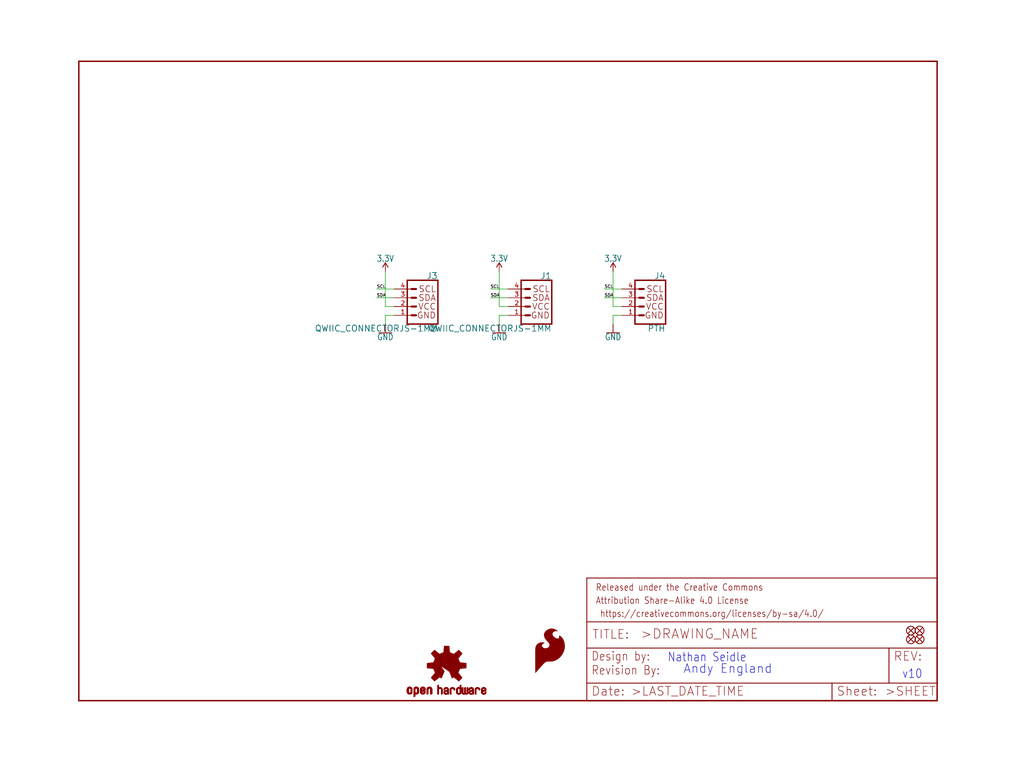
<source format=kicad_sch>
(kicad_sch (version 20211123) (generator eeschema)
  (paper "User" 297.002 223.926)
  (lib_symbols
    (symbol "eagleSchem-eagle-import:3.3V" (power)
      (property "Value" "3.3V" (at 0 2.794 0))
      (symbol "3.3V_1_0"
        (pin power_in line (at 0 0 90) (length 2.54) (name "3.3V") (number "1"))
      )
    )
    (symbol "eagleSchem-eagle-import:FIDUCIALUFIDUCIAL")
    (symbol "eagleSchem-eagle-import:FRAME-LETTER"
      (symbol "FRAME-LETTER_2_0"
        (text " https://creativecommons.org/licenses/by-sa/4.0/" (at 2.54 24.13 0) (effects (font (size 1.9304 1.6408)) (justify left bottom)))
        (text ">DRAWING_NAME" (at 15.494 17.78 0) (effects (font (size 2.7432 2.7432)) (justify left bottom)))
        (text ">LAST_DATE_TIME" (at 12.7 1.27 0) (effects (font (size 2.54 2.54)) (justify left bottom)))
        (text ">SHEET" (at 86.36 1.27 0) (effects (font (size 2.54 2.54)) (justify left bottom)))
        (text "Attribution Share-Alike 4.0 License" (at 2.54 27.94 0) (effects (font (size 1.9304 1.6408)) (justify left bottom)))
        (text "Date:" (at 1.27 1.27 0) (effects (font (size 2.54 2.54)) (justify left bottom)))
        (text "Design by:" (at 1.27 11.43 0) (effects (font (size 2.54 2.159)) (justify left bottom)))
        (text "Released under the Creative Commons" (at 2.54 31.75 0) (effects (font (size 1.9304 1.6408)) (justify left bottom)))
        (text "REV:" (at 88.9 11.43 0) (effects (font (size 2.54 2.54)) (justify left bottom)))
        (text "Sheet:" (at 72.39 1.27 0) (effects (font (size 2.54 2.54)) (justify left bottom)))
        (text "TITLE:" (at 1.524 17.78 0) (effects (font (size 2.54 2.54)) (justify left bottom)))
      )
    )
    (symbol "eagleSchem-eagle-import:GND" (power)
      (property "Value" "GND" (at 0 -0.254 0))
      (symbol "GND_1_0"
        (pin power_in line (at 0 2.54 270) (length 2.54) (name "GND") (number "1"))
      )
    )
    (symbol "eagleSchem-eagle-import:I2C_STANDARD"
      (property "Reference" "J" (at -5.08 7.874 0))
      (property "Value" "I2C_STANDARD" (at -5.08 -5.334 0))
      (symbol "I2C_STANDARD_1_0"
        (text "GND" (at -4.572 -2.54 0) (effects (font (size 1.778 1.778)) (justify left)))
        (text "SCL" (at -4.572 5.08 0) (effects (font (size 1.778 1.778)) (justify left)))
        (text "SDA" (at -4.572 2.54 0) (effects (font (size 1.778 1.778)) (justify left)))
        (text "VCC" (at -4.572 0 0) (effects (font (size 1.778 1.778)) (justify left)))
        (pin power_in line (at 7.62 -2.54 180) (length 5.08) (name "1") (number "1"))
        (pin power_in line (at 7.62 0 180) (length 5.08) (name "2") (number "2"))
        (pin passive line (at 7.62 2.54 180) (length 5.08) (name "3") (number "3"))
        (pin passive line (at 7.62 5.08 180) (length 5.08) (name "4") (number "4"))
      )
    )
    (symbol "eagleSchem-eagle-import:OSHW-LOGOS")
    (symbol "eagleSchem-eagle-import:QWIIC_CONNECTORJS-1MM"
      (property "Reference" "J" (at -5.08 7.874 0))
      (property "Value" "QWIIC_CONNECTORJS-1MM" (at -5.08 -5.334 0))
      (symbol "QWIIC_CONNECTORJS-1MM_1_0"
        (text "GND" (at -4.572 -2.54 0) (effects (font (size 1.778 1.778)) (justify left)))
        (text "SCL" (at -4.572 5.08 0) (effects (font (size 1.778 1.778)) (justify left)))
        (text "SDA" (at -4.572 2.54 0) (effects (font (size 1.778 1.778)) (justify left)))
        (text "VCC" (at -4.572 0 0) (effects (font (size 1.778 1.778)) (justify left)))
        (pin power_in line (at 7.62 -2.54 180) (length 5.08) (name "1") (number "1"))
        (pin power_in line (at 7.62 0 180) (length 5.08) (name "2") (number "2"))
        (pin passive line (at 7.62 2.54 180) (length 5.08) (name "3") (number "3"))
        (pin passive line (at 7.62 5.08 180) (length 5.08) (name "4") (number "4"))
      )
    )
    (symbol "eagleSchem-eagle-import:REVISION"
      (symbol "REVISION_1_0"
        (text "Revision By: " (at 0 0 0) (effects (font (size 2.54 2.159)) (justify left bottom)))
      )
    )
    (symbol "eagleSchem-eagle-import:SFE_LOGO_FLAME.1_INCH")
  )
  (wire (pts (xy 114.3 86.36) (xy 109.22 86.36)))
  (wire (pts (xy 147.32 86.36) (xy 142.24 86.36)))
  (wire (pts (xy 144.78 88.9) (xy 144.78 78.74)))
  (wire (pts (xy 114.3 91.44) (xy 111.76 91.44)))
  (wire (pts (xy 180.34 86.36) (xy 175.26 86.36)))
  (wire (pts (xy 111.76 88.9) (xy 111.76 78.74)))
  (wire (pts (xy 114.3 88.9) (xy 111.76 88.9)))
  (wire (pts (xy 177.8 91.44) (xy 177.8 93.98)))
  (wire (pts (xy 144.78 91.44) (xy 144.78 93.98)))
  (wire (pts (xy 147.32 83.82) (xy 142.24 83.82)))
  (wire (pts (xy 114.3 83.82) (xy 109.22 83.82)))
  (wire (pts (xy 111.76 91.44) (xy 111.76 93.98)))
  (wire (pts (xy 180.34 83.82) (xy 175.26 83.82)))
  (wire (pts (xy 180.34 88.9) (xy 177.8 88.9)))
  (wire (pts (xy 180.34 91.44) (xy 177.8 91.44)))
  (wire (pts (xy 147.32 91.44) (xy 144.78 91.44)))
  (wire (pts (xy 147.32 88.9) (xy 144.78 88.9)))
  (wire (pts (xy 177.8 88.9) (xy 177.8 78.74)))
  (text "v10" (at 261.62 195.58 180) (effects (font (size 2.54 2.159)) (justify left)))
  (text "Nathan Seidle" (at 193.548 190.754 180) (effects (font (size 2.54 2.159)) (justify left)))
  (text "Andy England" (at 198.12 195.58 180) (effects (font (size 2.54 2.54)) (justify left bottom)))
  (label "SCL" (at 142.24 83.82 0) (effects (font (size 0.889 0.889))))
  (label "SCL" (at 175.26 83.82 0) (effects (font (size 0.889 0.889))))
  (label "SDA" (at 175.26 86.36 0) (effects (font (size 0.889 0.889))))
  (label "SCL" (at 109.22 83.82 0) (effects (font (size 0.889 0.889))))
  (label "SDA" (at 109.22 86.36 0) (effects (font (size 0.889 0.889))))
  (label "SDA" (at 142.24 86.36 0) (effects (font (size 0.889 0.889))))
  (symbol (lib_id "eagleSchem-eagle-import:REVISION") (at 171.45 195.834 0) (unit 1)
    (property "Reference" "LOGO1" (effects hide))
    (property "Value" "REVISION" (effects hide))
    (property "Footprint" "eagleSchem:REVISION" (effects hide))
  )
  (symbol (lib_id "eagleSchem-eagle-import:GND") (at 111.76 96.52 0) (mirror y) (unit 1)
    (property "Reference" "#GND18" (effects hide))
    (property "Value" "GND" (at 111.76 96.774 0) (effects (font (size 1.778 1.5113)) (justify top)))
    (property "Footprint" "eagleSchem:" (effects hide))
  )
  (symbol (lib_id "eagleSchem-eagle-import:GND") (at 144.78 96.52 0) (mirror y) (unit 1)
    (property "Reference" "#GND1" (effects hide))
    (property "Value" "GND" (at 144.78 96.774 0) (effects (font (size 1.778 1.5113)) (justify top)))
    (property "Footprint" "eagleSchem:" (effects hide))
  )
  (symbol (lib_id "eagleSchem-eagle-import:I2C_STANDARD") (at 187.96 88.9 0) (mirror y) (unit 1)
    (property "Reference" "J4" (at 193.04 81.026 0) (effects (font (size 1.778 1.778)) (justify left bottom)))
    (property "Value" "PTH" (at 193.04 94.234 0) (effects (font (size 1.778 1.778)) (justify left top)))
    (property "Footprint" "eagleSchem:1X04" (effects hide))
  )
  (symbol (lib_id "eagleSchem-eagle-import:3.3V") (at 144.78 78.74 0) (mirror y) (unit 1)
    (property "Reference" "#SUPPLY4" (effects hide))
    (property "Value" "3.3V" (at 144.78 75.946 0) (effects (font (size 1.778 1.5113)) (justify bottom)))
    (property "Footprint" "eagleSchem:" (effects hide))
  )
  (symbol (lib_id "eagleSchem-eagle-import:QWIIC_CONNECTORJS-1MM") (at 121.92 88.9 0) (mirror y) (unit 1)
    (property "Reference" "J3" (at 127 81.026 0) (effects (font (size 1.778 1.778)) (justify left bottom)))
    (property "Value" "QWIIC_CONNECTORJS-1MM" (at 127 94.234 0) (effects (font (size 1.778 1.778)) (justify left top)))
    (property "Footprint" "eagleSchem:1X04_1MM_RA" (effects hide))
  )
  (symbol (lib_id "eagleSchem-eagle-import:QWIIC_CONNECTORJS-1MM") (at 154.94 88.9 0) (mirror y) (unit 1)
    (property "Reference" "J1" (at 160.02 81.026 0) (effects (font (size 1.778 1.778)) (justify left bottom)))
    (property "Value" "QWIIC_CONNECTORJS-1MM" (at 160.02 94.234 0) (effects (font (size 1.778 1.778)) (justify left top)))
    (property "Footprint" "eagleSchem:1X04_1MM_RA" (effects hide))
  )
  (symbol (lib_id "eagleSchem-eagle-import:FIDUCIALUFIDUCIAL") (at 264.16 182.88 0) (unit 1)
    (property "Reference" "FD1" (effects hide))
    (property "Value" "FIDUCIALUFIDUCIAL" (effects hide))
    (property "Footprint" "eagleSchem:FIDUCIAL-MICRO" (effects hide))
  )
  (symbol (lib_id "eagleSchem-eagle-import:FRAME-LETTER") (at 22.86 203.2 0) (unit 1)
    (property "Reference" "FRAME1" (effects hide))
    (property "Value" "FRAME-LETTER" (effects hide))
    (property "Footprint" "eagleSchem:CREATIVE_COMMONS" (effects hide))
  )
  (symbol (lib_id "eagleSchem-eagle-import:SFE_LOGO_FLAME.1_INCH") (at 154.94 195.58 0) (unit 1)
    (property "Reference" "U$1" (effects hide))
    (property "Value" "SFE_LOGO_FLAME.1_INCH" (effects hide))
    (property "Footprint" "eagleSchem:SFE_LOGO_FLAME_.1" (effects hide))
  )
  (symbol (lib_id "eagleSchem-eagle-import:GND") (at 177.8 96.52 0) (mirror y) (unit 1)
    (property "Reference" "#GND4" (effects hide))
    (property "Value" "GND" (at 177.8 96.774 0) (effects (font (size 1.778 1.5113)) (justify top)))
    (property "Footprint" "eagleSchem:" (effects hide))
  )
  (symbol (lib_id "eagleSchem-eagle-import:FIDUCIALUFIDUCIAL") (at 266.7 185.42 0) (unit 1)
    (property "Reference" "FD3" (effects hide))
    (property "Value" "FIDUCIALUFIDUCIAL" (effects hide))
    (property "Footprint" "eagleSchem:FIDUCIAL-MICRO" (effects hide))
  )
  (symbol (lib_id "eagleSchem-eagle-import:3.3V") (at 111.76 78.74 0) (mirror y) (unit 1)
    (property "Reference" "#SUPPLY21" (effects hide))
    (property "Value" "3.3V" (at 111.76 75.946 0) (effects (font (size 1.778 1.5113)) (justify bottom)))
    (property "Footprint" "eagleSchem:" (effects hide))
  )
  (symbol (lib_id "eagleSchem-eagle-import:OSHW-LOGOS") (at 129.54 193.04 0) (unit 1)
    (property "Reference" "LOGO4" (effects hide))
    (property "Value" "OSHW-LOGOS" (effects hide))
    (property "Footprint" "eagleSchem:OSHW-LOGO-S" (effects hide))
  )
  (symbol (lib_id "eagleSchem-eagle-import:3.3V") (at 177.8 78.74 0) (mirror y) (unit 1)
    (property "Reference" "#SUPPLY1" (effects hide))
    (property "Value" "3.3V" (at 177.8 75.946 0) (effects (font (size 1.778 1.5113)) (justify bottom)))
    (property "Footprint" "eagleSchem:" (effects hide))
  )
  (symbol (lib_id "eagleSchem-eagle-import:FIDUCIALUFIDUCIAL") (at 264.16 185.42 0) (unit 1)
    (property "Reference" "FD4" (effects hide))
    (property "Value" "FIDUCIALUFIDUCIAL" (effects hide))
    (property "Footprint" "eagleSchem:FIDUCIAL-MICRO" (effects hide))
  )
  (symbol (lib_id "eagleSchem-eagle-import:FIDUCIALUFIDUCIAL") (at 266.7 182.88 0) (unit 1)
    (property "Reference" "FD2" (effects hide))
    (property "Value" "FIDUCIALUFIDUCIAL" (effects hide))
    (property "Footprint" "eagleSchem:FIDUCIAL-MICRO" (effects hide))
  )
  (symbol (lib_id "eagleSchem-eagle-import:FRAME-LETTER") (at 170.18 203.2 0) (unit 2)
    (property "Reference" "FRAME1" (effects hide))
    (property "Value" "FRAME-LETTER" (effects hide))
    (property "Footprint" "eagleSchem:CREATIVE_COMMONS" (effects hide))
  )
)
</source>
